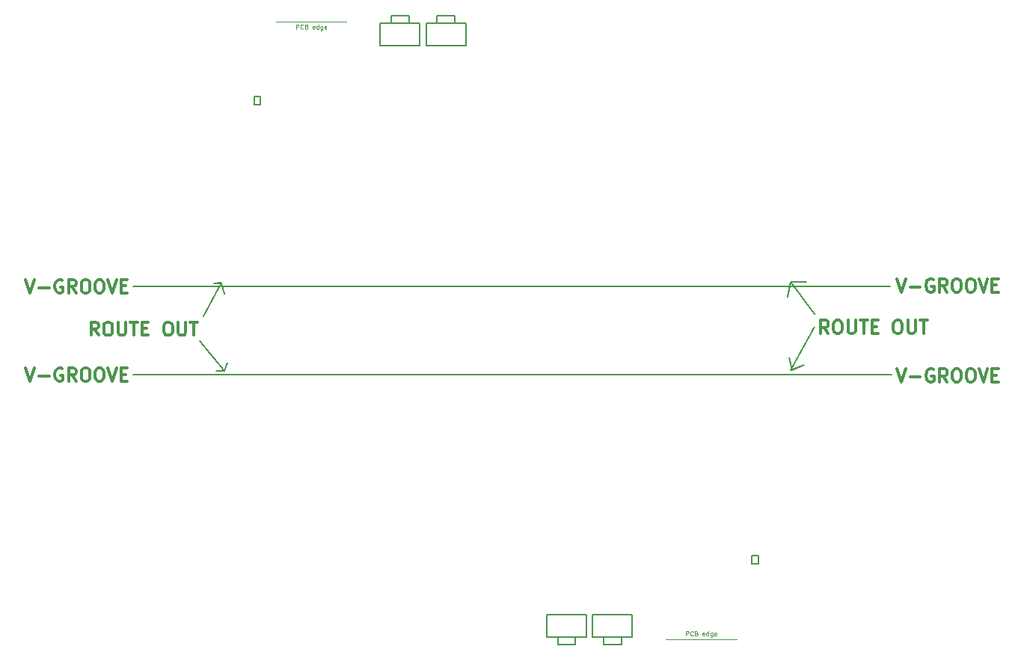
<source format=gbr>
G04 #@! TF.GenerationSoftware,KiCad,Pcbnew,5.0.1*
G04 #@! TF.CreationDate,2019-08-26T08:25:50-04:00*
G04 #@! TF.ProjectId,ESP32-Zip-Panelized,45535033322D5A69702D50616E656C69,rev?*
G04 #@! TF.SameCoordinates,Original*
G04 #@! TF.FileFunction,Drawing*
%FSLAX46Y46*%
G04 Gerber Fmt 4.6, Leading zero omitted, Abs format (unit mm)*
G04 Created by KiCad (PCBNEW 5.0.1) date Mon 26 Aug 2019 08:25:50 AM EDT*
%MOMM*%
%LPD*%
G01*
G04 APERTURE LIST*
%ADD10C,0.200000*%
%ADD11C,0.300000*%
%ADD12C,0.100000*%
%ADD13C,0.152400*%
%ADD14C,0.150000*%
%ADD15C,0.075000*%
G04 APERTURE END LIST*
D10*
X40600000Y-49700000D02*
X39600000Y-49700000D01*
X40900000Y-48800000D02*
X40600000Y-49700000D01*
X40600000Y-49700000D02*
X40900000Y-48800000D01*
X37800000Y-46300000D02*
X40600000Y-49700000D01*
X40200000Y-39800000D02*
X40600000Y-41000000D01*
X39400000Y-39800000D02*
X40200000Y-39800000D01*
X40200000Y-39700000D02*
X39400000Y-39800000D01*
X38200000Y-43500000D02*
X40200000Y-39700000D01*
D11*
X26328571Y-45678571D02*
X25828571Y-44964285D01*
X25471428Y-45678571D02*
X25471428Y-44178571D01*
X26042857Y-44178571D01*
X26185714Y-44250000D01*
X26257142Y-44321428D01*
X26328571Y-44464285D01*
X26328571Y-44678571D01*
X26257142Y-44821428D01*
X26185714Y-44892857D01*
X26042857Y-44964285D01*
X25471428Y-44964285D01*
X27257142Y-44178571D02*
X27542857Y-44178571D01*
X27685714Y-44250000D01*
X27828571Y-44392857D01*
X27900000Y-44678571D01*
X27900000Y-45178571D01*
X27828571Y-45464285D01*
X27685714Y-45607142D01*
X27542857Y-45678571D01*
X27257142Y-45678571D01*
X27114285Y-45607142D01*
X26971428Y-45464285D01*
X26900000Y-45178571D01*
X26900000Y-44678571D01*
X26971428Y-44392857D01*
X27114285Y-44250000D01*
X27257142Y-44178571D01*
X28542857Y-44178571D02*
X28542857Y-45392857D01*
X28614285Y-45535714D01*
X28685714Y-45607142D01*
X28828571Y-45678571D01*
X29114285Y-45678571D01*
X29257142Y-45607142D01*
X29328571Y-45535714D01*
X29400000Y-45392857D01*
X29400000Y-44178571D01*
X29900000Y-44178571D02*
X30757142Y-44178571D01*
X30328571Y-45678571D02*
X30328571Y-44178571D01*
X31257142Y-44892857D02*
X31757142Y-44892857D01*
X31971428Y-45678571D02*
X31257142Y-45678571D01*
X31257142Y-44178571D01*
X31971428Y-44178571D01*
X34042857Y-44178571D02*
X34328571Y-44178571D01*
X34471428Y-44250000D01*
X34614285Y-44392857D01*
X34685714Y-44678571D01*
X34685714Y-45178571D01*
X34614285Y-45464285D01*
X34471428Y-45607142D01*
X34328571Y-45678571D01*
X34042857Y-45678571D01*
X33900000Y-45607142D01*
X33757142Y-45464285D01*
X33685714Y-45178571D01*
X33685714Y-44678571D01*
X33757142Y-44392857D01*
X33900000Y-44250000D01*
X34042857Y-44178571D01*
X35328571Y-44178571D02*
X35328571Y-45392857D01*
X35400000Y-45535714D01*
X35471428Y-45607142D01*
X35614285Y-45678571D01*
X35900000Y-45678571D01*
X36042857Y-45607142D01*
X36114285Y-45535714D01*
X36185714Y-45392857D01*
X36185714Y-44178571D01*
X36685714Y-44178571D02*
X37542857Y-44178571D01*
X37114285Y-45678571D02*
X37114285Y-44178571D01*
D10*
X104800000Y-49600000D02*
X104500000Y-48200000D01*
X106200000Y-49000000D02*
X104800000Y-49600000D01*
X104700000Y-49600000D02*
X106200000Y-49000000D01*
X107400000Y-44700000D02*
X104700000Y-49600000D01*
X104700000Y-39600000D02*
X106400000Y-39600000D01*
X104300000Y-41300000D02*
X104700000Y-39600000D01*
X104700000Y-39600000D02*
X104300000Y-41300000D01*
X107400000Y-43300000D02*
X104700000Y-39600000D01*
D11*
X108928571Y-45478571D02*
X108428571Y-44764285D01*
X108071428Y-45478571D02*
X108071428Y-43978571D01*
X108642857Y-43978571D01*
X108785714Y-44050000D01*
X108857142Y-44121428D01*
X108928571Y-44264285D01*
X108928571Y-44478571D01*
X108857142Y-44621428D01*
X108785714Y-44692857D01*
X108642857Y-44764285D01*
X108071428Y-44764285D01*
X109857142Y-43978571D02*
X110142857Y-43978571D01*
X110285714Y-44050000D01*
X110428571Y-44192857D01*
X110500000Y-44478571D01*
X110500000Y-44978571D01*
X110428571Y-45264285D01*
X110285714Y-45407142D01*
X110142857Y-45478571D01*
X109857142Y-45478571D01*
X109714285Y-45407142D01*
X109571428Y-45264285D01*
X109500000Y-44978571D01*
X109500000Y-44478571D01*
X109571428Y-44192857D01*
X109714285Y-44050000D01*
X109857142Y-43978571D01*
X111142857Y-43978571D02*
X111142857Y-45192857D01*
X111214285Y-45335714D01*
X111285714Y-45407142D01*
X111428571Y-45478571D01*
X111714285Y-45478571D01*
X111857142Y-45407142D01*
X111928571Y-45335714D01*
X112000000Y-45192857D01*
X112000000Y-43978571D01*
X112500000Y-43978571D02*
X113357142Y-43978571D01*
X112928571Y-45478571D02*
X112928571Y-43978571D01*
X113857142Y-44692857D02*
X114357142Y-44692857D01*
X114571428Y-45478571D02*
X113857142Y-45478571D01*
X113857142Y-43978571D01*
X114571428Y-43978571D01*
X116642857Y-43978571D02*
X116928571Y-43978571D01*
X117071428Y-44050000D01*
X117214285Y-44192857D01*
X117285714Y-44478571D01*
X117285714Y-44978571D01*
X117214285Y-45264285D01*
X117071428Y-45407142D01*
X116928571Y-45478571D01*
X116642857Y-45478571D01*
X116500000Y-45407142D01*
X116357142Y-45264285D01*
X116285714Y-44978571D01*
X116285714Y-44478571D01*
X116357142Y-44192857D01*
X116500000Y-44050000D01*
X116642857Y-43978571D01*
X117928571Y-43978571D02*
X117928571Y-45192857D01*
X118000000Y-45335714D01*
X118071428Y-45407142D01*
X118214285Y-45478571D01*
X118500000Y-45478571D01*
X118642857Y-45407142D01*
X118714285Y-45335714D01*
X118785714Y-45192857D01*
X118785714Y-43978571D01*
X119285714Y-43978571D02*
X120142857Y-43978571D01*
X119714285Y-45478571D02*
X119714285Y-43978571D01*
X116678571Y-49478571D02*
X117178571Y-50978571D01*
X117678571Y-49478571D01*
X118178571Y-50407142D02*
X119321428Y-50407142D01*
X120821428Y-49550000D02*
X120678571Y-49478571D01*
X120464285Y-49478571D01*
X120250000Y-49550000D01*
X120107142Y-49692857D01*
X120035714Y-49835714D01*
X119964285Y-50121428D01*
X119964285Y-50335714D01*
X120035714Y-50621428D01*
X120107142Y-50764285D01*
X120250000Y-50907142D01*
X120464285Y-50978571D01*
X120607142Y-50978571D01*
X120821428Y-50907142D01*
X120892857Y-50835714D01*
X120892857Y-50335714D01*
X120607142Y-50335714D01*
X122392857Y-50978571D02*
X121892857Y-50264285D01*
X121535714Y-50978571D02*
X121535714Y-49478571D01*
X122107142Y-49478571D01*
X122250000Y-49550000D01*
X122321428Y-49621428D01*
X122392857Y-49764285D01*
X122392857Y-49978571D01*
X122321428Y-50121428D01*
X122250000Y-50192857D01*
X122107142Y-50264285D01*
X121535714Y-50264285D01*
X123321428Y-49478571D02*
X123607142Y-49478571D01*
X123750000Y-49550000D01*
X123892857Y-49692857D01*
X123964285Y-49978571D01*
X123964285Y-50478571D01*
X123892857Y-50764285D01*
X123750000Y-50907142D01*
X123607142Y-50978571D01*
X123321428Y-50978571D01*
X123178571Y-50907142D01*
X123035714Y-50764285D01*
X122964285Y-50478571D01*
X122964285Y-49978571D01*
X123035714Y-49692857D01*
X123178571Y-49550000D01*
X123321428Y-49478571D01*
X124892857Y-49478571D02*
X125178571Y-49478571D01*
X125321428Y-49550000D01*
X125464285Y-49692857D01*
X125535714Y-49978571D01*
X125535714Y-50478571D01*
X125464285Y-50764285D01*
X125321428Y-50907142D01*
X125178571Y-50978571D01*
X124892857Y-50978571D01*
X124750000Y-50907142D01*
X124607142Y-50764285D01*
X124535714Y-50478571D01*
X124535714Y-49978571D01*
X124607142Y-49692857D01*
X124750000Y-49550000D01*
X124892857Y-49478571D01*
X125964285Y-49478571D02*
X126464285Y-50978571D01*
X126964285Y-49478571D01*
X127464285Y-50192857D02*
X127964285Y-50192857D01*
X128178571Y-50978571D02*
X127464285Y-50978571D01*
X127464285Y-49478571D01*
X128178571Y-49478571D01*
X116678571Y-39278571D02*
X117178571Y-40778571D01*
X117678571Y-39278571D01*
X118178571Y-40207142D02*
X119321428Y-40207142D01*
X120821428Y-39350000D02*
X120678571Y-39278571D01*
X120464285Y-39278571D01*
X120250000Y-39350000D01*
X120107142Y-39492857D01*
X120035714Y-39635714D01*
X119964285Y-39921428D01*
X119964285Y-40135714D01*
X120035714Y-40421428D01*
X120107142Y-40564285D01*
X120250000Y-40707142D01*
X120464285Y-40778571D01*
X120607142Y-40778571D01*
X120821428Y-40707142D01*
X120892857Y-40635714D01*
X120892857Y-40135714D01*
X120607142Y-40135714D01*
X122392857Y-40778571D02*
X121892857Y-40064285D01*
X121535714Y-40778571D02*
X121535714Y-39278571D01*
X122107142Y-39278571D01*
X122250000Y-39350000D01*
X122321428Y-39421428D01*
X122392857Y-39564285D01*
X122392857Y-39778571D01*
X122321428Y-39921428D01*
X122250000Y-39992857D01*
X122107142Y-40064285D01*
X121535714Y-40064285D01*
X123321428Y-39278571D02*
X123607142Y-39278571D01*
X123750000Y-39350000D01*
X123892857Y-39492857D01*
X123964285Y-39778571D01*
X123964285Y-40278571D01*
X123892857Y-40564285D01*
X123750000Y-40707142D01*
X123607142Y-40778571D01*
X123321428Y-40778571D01*
X123178571Y-40707142D01*
X123035714Y-40564285D01*
X122964285Y-40278571D01*
X122964285Y-39778571D01*
X123035714Y-39492857D01*
X123178571Y-39350000D01*
X123321428Y-39278571D01*
X124892857Y-39278571D02*
X125178571Y-39278571D01*
X125321428Y-39350000D01*
X125464285Y-39492857D01*
X125535714Y-39778571D01*
X125535714Y-40278571D01*
X125464285Y-40564285D01*
X125321428Y-40707142D01*
X125178571Y-40778571D01*
X124892857Y-40778571D01*
X124750000Y-40707142D01*
X124607142Y-40564285D01*
X124535714Y-40278571D01*
X124535714Y-39778571D01*
X124607142Y-39492857D01*
X124750000Y-39350000D01*
X124892857Y-39278571D01*
X125964285Y-39278571D02*
X126464285Y-40778571D01*
X126964285Y-39278571D01*
X127464285Y-39992857D02*
X127964285Y-39992857D01*
X128178571Y-40778571D02*
X127464285Y-40778571D01*
X127464285Y-39278571D01*
X128178571Y-39278571D01*
X18078571Y-39378571D02*
X18578571Y-40878571D01*
X19078571Y-39378571D01*
X19578571Y-40307142D02*
X20721428Y-40307142D01*
X22221428Y-39450000D02*
X22078571Y-39378571D01*
X21864285Y-39378571D01*
X21650000Y-39450000D01*
X21507142Y-39592857D01*
X21435714Y-39735714D01*
X21364285Y-40021428D01*
X21364285Y-40235714D01*
X21435714Y-40521428D01*
X21507142Y-40664285D01*
X21650000Y-40807142D01*
X21864285Y-40878571D01*
X22007142Y-40878571D01*
X22221428Y-40807142D01*
X22292857Y-40735714D01*
X22292857Y-40235714D01*
X22007142Y-40235714D01*
X23792857Y-40878571D02*
X23292857Y-40164285D01*
X22935714Y-40878571D02*
X22935714Y-39378571D01*
X23507142Y-39378571D01*
X23650000Y-39450000D01*
X23721428Y-39521428D01*
X23792857Y-39664285D01*
X23792857Y-39878571D01*
X23721428Y-40021428D01*
X23650000Y-40092857D01*
X23507142Y-40164285D01*
X22935714Y-40164285D01*
X24721428Y-39378571D02*
X25007142Y-39378571D01*
X25150000Y-39450000D01*
X25292857Y-39592857D01*
X25364285Y-39878571D01*
X25364285Y-40378571D01*
X25292857Y-40664285D01*
X25150000Y-40807142D01*
X25007142Y-40878571D01*
X24721428Y-40878571D01*
X24578571Y-40807142D01*
X24435714Y-40664285D01*
X24364285Y-40378571D01*
X24364285Y-39878571D01*
X24435714Y-39592857D01*
X24578571Y-39450000D01*
X24721428Y-39378571D01*
X26292857Y-39378571D02*
X26578571Y-39378571D01*
X26721428Y-39450000D01*
X26864285Y-39592857D01*
X26935714Y-39878571D01*
X26935714Y-40378571D01*
X26864285Y-40664285D01*
X26721428Y-40807142D01*
X26578571Y-40878571D01*
X26292857Y-40878571D01*
X26150000Y-40807142D01*
X26007142Y-40664285D01*
X25935714Y-40378571D01*
X25935714Y-39878571D01*
X26007142Y-39592857D01*
X26150000Y-39450000D01*
X26292857Y-39378571D01*
X27364285Y-39378571D02*
X27864285Y-40878571D01*
X28364285Y-39378571D01*
X28864285Y-40092857D02*
X29364285Y-40092857D01*
X29578571Y-40878571D02*
X28864285Y-40878571D01*
X28864285Y-39378571D01*
X29578571Y-39378571D01*
X18078571Y-49378571D02*
X18578571Y-50878571D01*
X19078571Y-49378571D01*
X19578571Y-50307142D02*
X20721428Y-50307142D01*
X22221428Y-49450000D02*
X22078571Y-49378571D01*
X21864285Y-49378571D01*
X21650000Y-49450000D01*
X21507142Y-49592857D01*
X21435714Y-49735714D01*
X21364285Y-50021428D01*
X21364285Y-50235714D01*
X21435714Y-50521428D01*
X21507142Y-50664285D01*
X21650000Y-50807142D01*
X21864285Y-50878571D01*
X22007142Y-50878571D01*
X22221428Y-50807142D01*
X22292857Y-50735714D01*
X22292857Y-50235714D01*
X22007142Y-50235714D01*
X23792857Y-50878571D02*
X23292857Y-50164285D01*
X22935714Y-50878571D02*
X22935714Y-49378571D01*
X23507142Y-49378571D01*
X23650000Y-49450000D01*
X23721428Y-49521428D01*
X23792857Y-49664285D01*
X23792857Y-49878571D01*
X23721428Y-50021428D01*
X23650000Y-50092857D01*
X23507142Y-50164285D01*
X22935714Y-50164285D01*
X24721428Y-49378571D02*
X25007142Y-49378571D01*
X25150000Y-49450000D01*
X25292857Y-49592857D01*
X25364285Y-49878571D01*
X25364285Y-50378571D01*
X25292857Y-50664285D01*
X25150000Y-50807142D01*
X25007142Y-50878571D01*
X24721428Y-50878571D01*
X24578571Y-50807142D01*
X24435714Y-50664285D01*
X24364285Y-50378571D01*
X24364285Y-49878571D01*
X24435714Y-49592857D01*
X24578571Y-49450000D01*
X24721428Y-49378571D01*
X26292857Y-49378571D02*
X26578571Y-49378571D01*
X26721428Y-49450000D01*
X26864285Y-49592857D01*
X26935714Y-49878571D01*
X26935714Y-50378571D01*
X26864285Y-50664285D01*
X26721428Y-50807142D01*
X26578571Y-50878571D01*
X26292857Y-50878571D01*
X26150000Y-50807142D01*
X26007142Y-50664285D01*
X25935714Y-50378571D01*
X25935714Y-49878571D01*
X26007142Y-49592857D01*
X26150000Y-49450000D01*
X26292857Y-49378571D01*
X27364285Y-49378571D02*
X27864285Y-50878571D01*
X28364285Y-49378571D01*
X28864285Y-50092857D02*
X29364285Y-50092857D01*
X29578571Y-50878571D02*
X28864285Y-50878571D01*
X28864285Y-49378571D01*
X29578571Y-49378571D01*
D10*
X100900000Y-50100000D02*
X30200000Y-50100000D01*
X100700000Y-50100000D02*
X116100000Y-50100000D01*
X30200000Y-40100000D02*
X115900000Y-40100000D01*
X43800000Y-40100000D02*
X30200000Y-40100000D01*
D12*
G04 #@! TO.C,J1*
X90540000Y-80070000D02*
X98540000Y-80070000D01*
D13*
G04 #@! TO.C,U1*
X100293500Y-70655500D02*
X100293500Y-71544500D01*
X100293500Y-71544500D02*
X100992000Y-71544500D01*
X100992000Y-71544500D02*
X100992000Y-70655500D01*
X100992000Y-70655500D02*
X100293500Y-70655500D01*
X100293500Y-70655500D02*
X100293500Y-71544500D01*
X100293500Y-71544500D02*
X100992000Y-71544500D01*
X100992000Y-71544500D02*
X100992000Y-70655500D01*
X100992000Y-70655500D02*
X100293500Y-70655500D01*
X100293500Y-70655500D02*
X100293500Y-71544500D01*
X100293500Y-71544500D02*
X100992000Y-71544500D01*
X100992000Y-71544500D02*
X100992000Y-70655500D01*
X100992000Y-70655500D02*
X100293500Y-70655500D01*
D14*
G04 #@! TO.C,SW2*
X82250000Y-79850000D02*
X86750000Y-79850000D01*
X82250000Y-77300000D02*
X82250000Y-79850000D01*
X86750000Y-77300000D02*
X86750000Y-79850000D01*
X82250000Y-77300000D02*
X86750000Y-77300000D01*
X83500000Y-79850000D02*
X83500000Y-80700000D01*
X85500000Y-79850000D02*
X85500000Y-80700000D01*
X83500000Y-80700000D02*
X85500000Y-80700000D01*
G04 #@! TO.C,SW1*
X78300000Y-80700000D02*
X80300000Y-80700000D01*
X80300000Y-79850000D02*
X80300000Y-80700000D01*
X78300000Y-79850000D02*
X78300000Y-80700000D01*
X77050000Y-77300000D02*
X81550000Y-77300000D01*
X81550000Y-77300000D02*
X81550000Y-79850000D01*
X77050000Y-77300000D02*
X77050000Y-79850000D01*
X77050000Y-79850000D02*
X81550000Y-79850000D01*
D12*
G04 #@! TO.C,J1*
X54398544Y-10150410D02*
X46398544Y-10150410D01*
D13*
G04 #@! TO.C,U1*
X44645044Y-19564910D02*
X44645044Y-18675910D01*
X44645044Y-18675910D02*
X43946544Y-18675910D01*
X43946544Y-18675910D02*
X43946544Y-19564910D01*
X43946544Y-19564910D02*
X44645044Y-19564910D01*
X44645044Y-19564910D02*
X44645044Y-18675910D01*
X44645044Y-18675910D02*
X43946544Y-18675910D01*
X43946544Y-18675910D02*
X43946544Y-19564910D01*
X43946544Y-19564910D02*
X44645044Y-19564910D01*
X44645044Y-19564910D02*
X44645044Y-18675910D01*
X44645044Y-18675910D02*
X43946544Y-18675910D01*
X43946544Y-18675910D02*
X43946544Y-19564910D01*
X43946544Y-19564910D02*
X44645044Y-19564910D01*
D14*
G04 #@! TO.C,SW2*
X62688544Y-10370410D02*
X58188544Y-10370410D01*
X62688544Y-12920410D02*
X62688544Y-10370410D01*
X58188544Y-12920410D02*
X58188544Y-10370410D01*
X62688544Y-12920410D02*
X58188544Y-12920410D01*
X61438544Y-10370410D02*
X61438544Y-9520410D01*
X59438544Y-10370410D02*
X59438544Y-9520410D01*
X61438544Y-9520410D02*
X59438544Y-9520410D01*
G04 #@! TO.C,SW1*
X66638544Y-9520410D02*
X64638544Y-9520410D01*
X64638544Y-10370410D02*
X64638544Y-9520410D01*
X66638544Y-10370410D02*
X66638544Y-9520410D01*
X67888544Y-12920410D02*
X63388544Y-12920410D01*
X63388544Y-12920410D02*
X63388544Y-10370410D01*
X67888544Y-12920410D02*
X67888544Y-10370410D01*
X67888544Y-10370410D02*
X63388544Y-10370410D01*
G04 #@! TD*
G04 #@! TO.C,J1*
D15*
X92837619Y-79696190D02*
X92837619Y-79196190D01*
X93028095Y-79196190D01*
X93075714Y-79220000D01*
X93099523Y-79243809D01*
X93123333Y-79291428D01*
X93123333Y-79362857D01*
X93099523Y-79410476D01*
X93075714Y-79434285D01*
X93028095Y-79458095D01*
X92837619Y-79458095D01*
X93623333Y-79648571D02*
X93599523Y-79672380D01*
X93528095Y-79696190D01*
X93480476Y-79696190D01*
X93409047Y-79672380D01*
X93361428Y-79624761D01*
X93337619Y-79577142D01*
X93313809Y-79481904D01*
X93313809Y-79410476D01*
X93337619Y-79315238D01*
X93361428Y-79267619D01*
X93409047Y-79220000D01*
X93480476Y-79196190D01*
X93528095Y-79196190D01*
X93599523Y-79220000D01*
X93623333Y-79243809D01*
X94004285Y-79434285D02*
X94075714Y-79458095D01*
X94099523Y-79481904D01*
X94123333Y-79529523D01*
X94123333Y-79600952D01*
X94099523Y-79648571D01*
X94075714Y-79672380D01*
X94028095Y-79696190D01*
X93837619Y-79696190D01*
X93837619Y-79196190D01*
X94004285Y-79196190D01*
X94051904Y-79220000D01*
X94075714Y-79243809D01*
X94099523Y-79291428D01*
X94099523Y-79339047D01*
X94075714Y-79386666D01*
X94051904Y-79410476D01*
X94004285Y-79434285D01*
X93837619Y-79434285D01*
X94909047Y-79672380D02*
X94861428Y-79696190D01*
X94766190Y-79696190D01*
X94718571Y-79672380D01*
X94694761Y-79624761D01*
X94694761Y-79434285D01*
X94718571Y-79386666D01*
X94766190Y-79362857D01*
X94861428Y-79362857D01*
X94909047Y-79386666D01*
X94932857Y-79434285D01*
X94932857Y-79481904D01*
X94694761Y-79529523D01*
X95361428Y-79696190D02*
X95361428Y-79196190D01*
X95361428Y-79672380D02*
X95313809Y-79696190D01*
X95218571Y-79696190D01*
X95170952Y-79672380D01*
X95147142Y-79648571D01*
X95123333Y-79600952D01*
X95123333Y-79458095D01*
X95147142Y-79410476D01*
X95170952Y-79386666D01*
X95218571Y-79362857D01*
X95313809Y-79362857D01*
X95361428Y-79386666D01*
X95813809Y-79362857D02*
X95813809Y-79767619D01*
X95790000Y-79815238D01*
X95766190Y-79839047D01*
X95718571Y-79862857D01*
X95647142Y-79862857D01*
X95599523Y-79839047D01*
X95813809Y-79672380D02*
X95766190Y-79696190D01*
X95670952Y-79696190D01*
X95623333Y-79672380D01*
X95599523Y-79648571D01*
X95575714Y-79600952D01*
X95575714Y-79458095D01*
X95599523Y-79410476D01*
X95623333Y-79386666D01*
X95670952Y-79362857D01*
X95766190Y-79362857D01*
X95813809Y-79386666D01*
X96242380Y-79672380D02*
X96194761Y-79696190D01*
X96099523Y-79696190D01*
X96051904Y-79672380D01*
X96028095Y-79624761D01*
X96028095Y-79434285D01*
X96051904Y-79386666D01*
X96099523Y-79362857D01*
X96194761Y-79362857D01*
X96242380Y-79386666D01*
X96266190Y-79434285D01*
X96266190Y-79481904D01*
X96028095Y-79529523D01*
X48696163Y-10976600D02*
X48696163Y-10476600D01*
X48886639Y-10476600D01*
X48934258Y-10500410D01*
X48958067Y-10524219D01*
X48981877Y-10571838D01*
X48981877Y-10643267D01*
X48958067Y-10690886D01*
X48934258Y-10714695D01*
X48886639Y-10738505D01*
X48696163Y-10738505D01*
X49481877Y-10928981D02*
X49458067Y-10952790D01*
X49386639Y-10976600D01*
X49339020Y-10976600D01*
X49267591Y-10952790D01*
X49219972Y-10905171D01*
X49196163Y-10857552D01*
X49172353Y-10762314D01*
X49172353Y-10690886D01*
X49196163Y-10595648D01*
X49219972Y-10548029D01*
X49267591Y-10500410D01*
X49339020Y-10476600D01*
X49386639Y-10476600D01*
X49458067Y-10500410D01*
X49481877Y-10524219D01*
X49862829Y-10714695D02*
X49934258Y-10738505D01*
X49958067Y-10762314D01*
X49981877Y-10809933D01*
X49981877Y-10881362D01*
X49958067Y-10928981D01*
X49934258Y-10952790D01*
X49886639Y-10976600D01*
X49696163Y-10976600D01*
X49696163Y-10476600D01*
X49862829Y-10476600D01*
X49910448Y-10500410D01*
X49934258Y-10524219D01*
X49958067Y-10571838D01*
X49958067Y-10619457D01*
X49934258Y-10667076D01*
X49910448Y-10690886D01*
X49862829Y-10714695D01*
X49696163Y-10714695D01*
X50767591Y-10952790D02*
X50719972Y-10976600D01*
X50624734Y-10976600D01*
X50577115Y-10952790D01*
X50553305Y-10905171D01*
X50553305Y-10714695D01*
X50577115Y-10667076D01*
X50624734Y-10643267D01*
X50719972Y-10643267D01*
X50767591Y-10667076D01*
X50791401Y-10714695D01*
X50791401Y-10762314D01*
X50553305Y-10809933D01*
X51219972Y-10976600D02*
X51219972Y-10476600D01*
X51219972Y-10952790D02*
X51172353Y-10976600D01*
X51077115Y-10976600D01*
X51029496Y-10952790D01*
X51005686Y-10928981D01*
X50981877Y-10881362D01*
X50981877Y-10738505D01*
X51005686Y-10690886D01*
X51029496Y-10667076D01*
X51077115Y-10643267D01*
X51172353Y-10643267D01*
X51219972Y-10667076D01*
X51672353Y-10643267D02*
X51672353Y-11048029D01*
X51648544Y-11095648D01*
X51624734Y-11119457D01*
X51577115Y-11143267D01*
X51505686Y-11143267D01*
X51458067Y-11119457D01*
X51672353Y-10952790D02*
X51624734Y-10976600D01*
X51529496Y-10976600D01*
X51481877Y-10952790D01*
X51458067Y-10928981D01*
X51434258Y-10881362D01*
X51434258Y-10738505D01*
X51458067Y-10690886D01*
X51481877Y-10667076D01*
X51529496Y-10643267D01*
X51624734Y-10643267D01*
X51672353Y-10667076D01*
X52100924Y-10952790D02*
X52053305Y-10976600D01*
X51958067Y-10976600D01*
X51910448Y-10952790D01*
X51886639Y-10905171D01*
X51886639Y-10714695D01*
X51910448Y-10667076D01*
X51958067Y-10643267D01*
X52053305Y-10643267D01*
X52100924Y-10667076D01*
X52124734Y-10714695D01*
X52124734Y-10762314D01*
X51886639Y-10809933D01*
G04 #@! TD*
M02*

</source>
